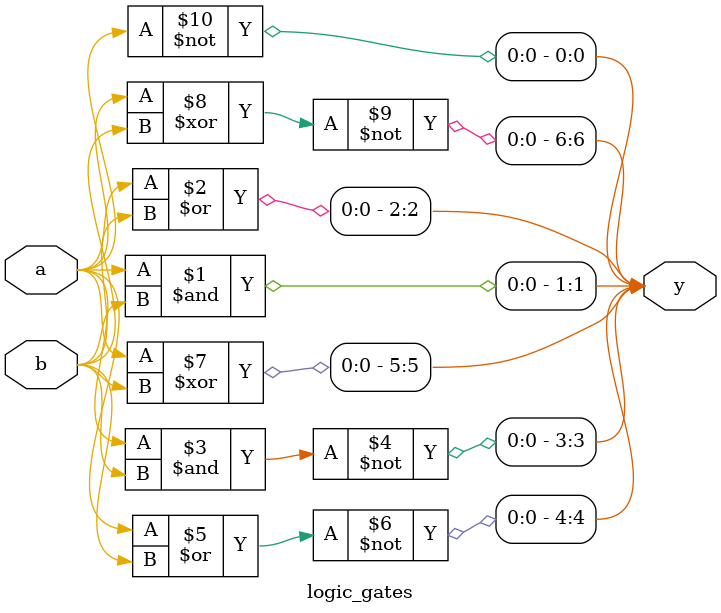
<source format=v>
`timescale 1ns / 1ps


module logic_gates(a,b,y);
    input a,b;
    output [6:0]y;
    not(y[0],a);
    and(y[1],a,b);
    or(y[2],a,b);
   nand(y[3],a,b);
    nor(y[4],a,b);
    xor(y[5],a,b);
    xnor(y[6],a,b);
endmodule

</source>
